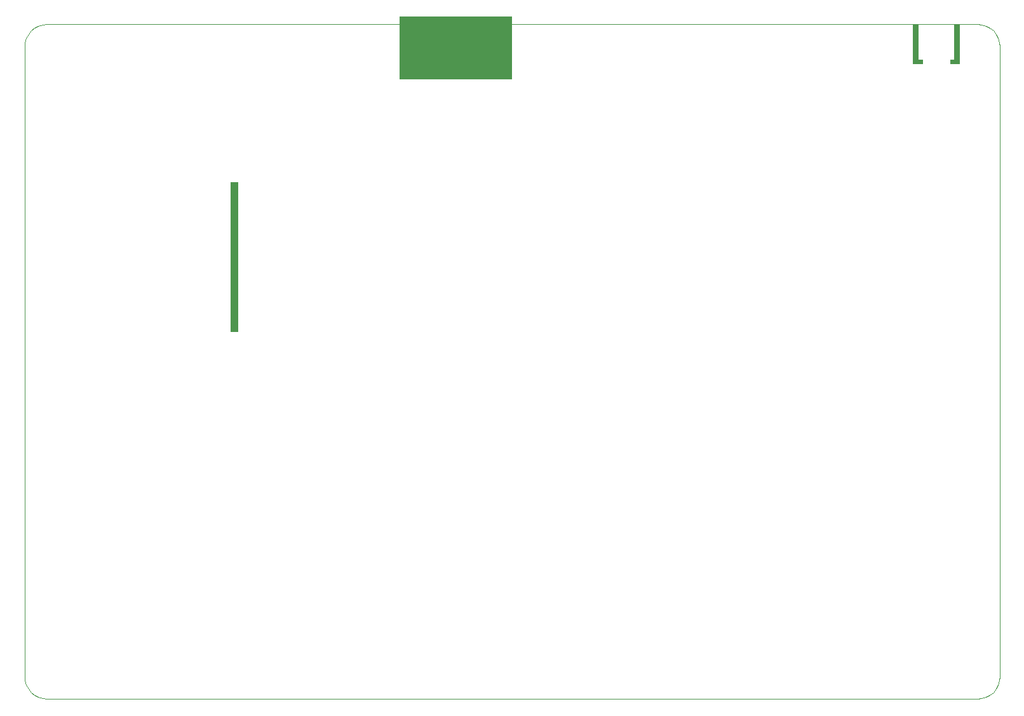
<source format=gbr>
%TF.GenerationSoftware,Altium Limited,Altium Designer,22.5.1 (42)*%
G04 Layer_Color=0*
%FSLAX45Y45*%
%MOMM*%
%TF.SameCoordinates,BCC7A4F8-9605-4868-ACEC-D28EECC8EA53*%
%TF.FilePolarity,Positive*%
%TF.FileFunction,Profile,NP*%
%TF.Part,Single*%
G01*
G75*
%TA.AperFunction,Profile*%
%ADD223C,0.02540*%
G36*
X2745740Y4894440D02*
Y6895690D01*
X2847690D01*
Y4895617D01*
X2745740Y4894440D01*
D02*
G37*
G36*
X4995100Y9098032D02*
Y8262170D01*
X6494140D01*
Y9098032D01*
X4995100D01*
D02*
G37*
G36*
X12338945Y8526128D02*
Y8468083D01*
X12448755D01*
X12448755Y8526079D01*
X12338945Y8526128D01*
D02*
G37*
G36*
X11904760Y8524917D02*
Y8466870D01*
X11978920D01*
X11978920Y8524883D01*
X11904760Y8524917D01*
D02*
G37*
G36*
X12393850Y9000651D02*
Y8468083D01*
X12465530D01*
X12465530Y9000619D01*
X12393850Y9000651D01*
D02*
G37*
G36*
X11843990Y8999661D02*
Y8467093D01*
X11915670D01*
X11915670Y8999628D01*
X11843990Y8999661D01*
D02*
G37*
D223*
X12699998Y9000002D02*
X299998Y9000000D01*
X241471Y8994236D01*
X185193Y8977164D01*
X133327Y8949441D01*
X87866Y8912133D01*
X50557Y8866671D01*
X22834Y8814805D01*
X5763Y8758528D01*
X-2Y8700000D01*
X-0Y300000D01*
X5764Y241473D01*
X22836Y185195D01*
X50559Y133329D01*
X87868Y87868D01*
X133329Y50559D01*
X185195Y22836D01*
X241473Y5764D01*
X300000Y-0D01*
X12700000Y2D01*
X12758528Y5767D01*
X12814806Y22838D01*
X12866672Y50561D01*
X12912132Y87870D01*
X12949442Y133331D01*
X12977164Y185197D01*
X12994237Y241475D01*
X13000000Y300002D01*
X12999998Y8700002D01*
X12994234Y8758530D01*
X12977162Y8814807D01*
X12949438Y8866673D01*
X12912131Y8912135D01*
X12866669Y8949443D01*
X12814803Y8977166D01*
X12758526Y8994238D01*
X12699998Y9000002D01*
%TF.MD5,e40ec7e3bc6075589a055d77e43de5c3*%
M02*

</source>
